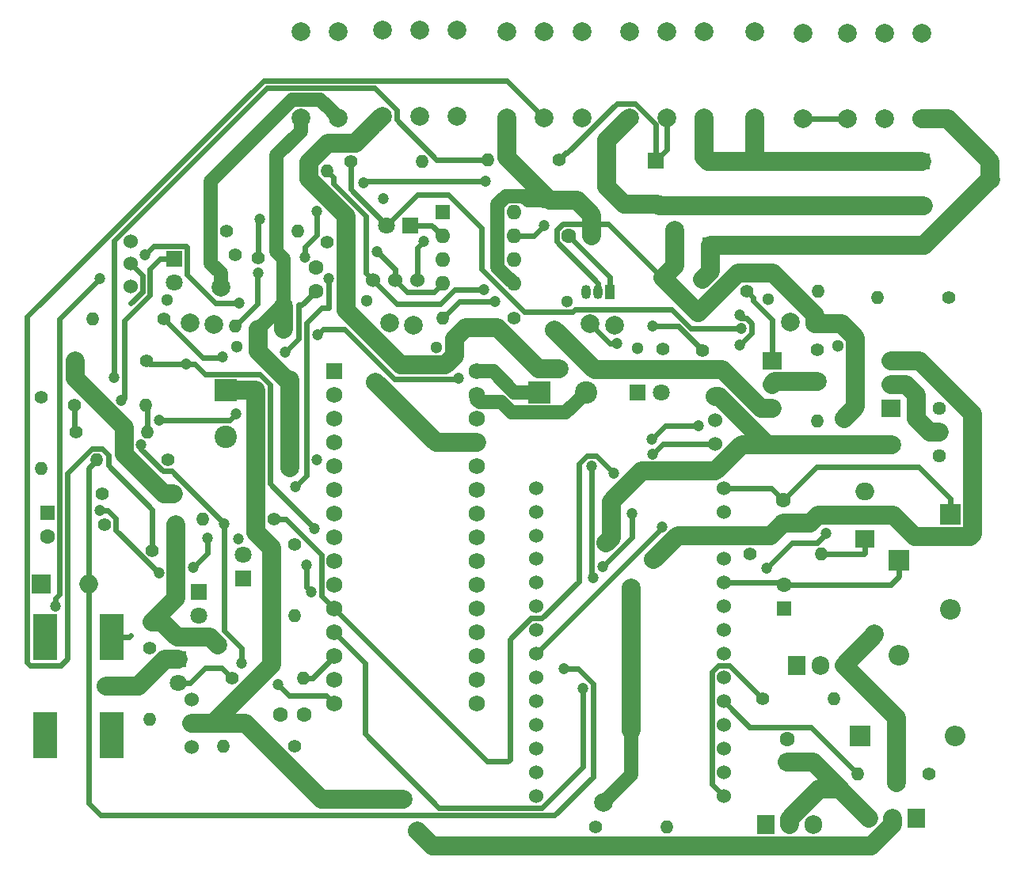
<source format=gbr>
G04 #@! TF.GenerationSoftware,KiCad,Pcbnew,5.1.6-c6e7f7d~86~ubuntu19.10.1*
G04 #@! TF.CreationDate,2020-06-16T13:29:06+02:00*
G04 #@! TF.ProjectId,laborBerlin,6c61626f-7242-4657-926c-696e2e6b6963,rev?*
G04 #@! TF.SameCoordinates,Original*
G04 #@! TF.FileFunction,Copper,L1,Top*
G04 #@! TF.FilePolarity,Positive*
%FSLAX46Y46*%
G04 Gerber Fmt 4.6, Leading zero omitted, Abs format (unit mm)*
G04 Created by KiCad (PCBNEW 5.1.6-c6e7f7d~86~ubuntu19.10.1) date 2020-06-16 13:29:06*
%MOMM*%
%LPD*%
G01*
G04 APERTURE LIST*
G04 #@! TA.AperFunction,ComponentPad*
%ADD10C,1.400000*%
G04 #@! TD*
G04 #@! TA.AperFunction,ComponentPad*
%ADD11O,1.400000X1.400000*%
G04 #@! TD*
G04 #@! TA.AperFunction,ComponentPad*
%ADD12C,1.600000*%
G04 #@! TD*
G04 #@! TA.AperFunction,ComponentPad*
%ADD13R,1.600000X1.600000*%
G04 #@! TD*
G04 #@! TA.AperFunction,ComponentPad*
%ADD14R,2.400000X2.400000*%
G04 #@! TD*
G04 #@! TA.AperFunction,ComponentPad*
%ADD15C,2.400000*%
G04 #@! TD*
G04 #@! TA.AperFunction,ComponentPad*
%ADD16R,1.800000X1.800000*%
G04 #@! TD*
G04 #@! TA.AperFunction,ComponentPad*
%ADD17C,1.800000*%
G04 #@! TD*
G04 #@! TA.AperFunction,ComponentPad*
%ADD18R,2.200000X2.200000*%
G04 #@! TD*
G04 #@! TA.AperFunction,ComponentPad*
%ADD19O,2.200000X2.200000*%
G04 #@! TD*
G04 #@! TA.AperFunction,ComponentPad*
%ADD20R,2.000000X2.000000*%
G04 #@! TD*
G04 #@! TA.AperFunction,ComponentPad*
%ADD21O,2.000000X2.000000*%
G04 #@! TD*
G04 #@! TA.AperFunction,ComponentPad*
%ADD22C,1.524000*%
G04 #@! TD*
G04 #@! TA.AperFunction,ComponentPad*
%ADD23C,2.000000*%
G04 #@! TD*
G04 #@! TA.AperFunction,ComponentPad*
%ADD24R,1.700000X1.700000*%
G04 #@! TD*
G04 #@! TA.AperFunction,ComponentPad*
%ADD25O,1.700000X1.700000*%
G04 #@! TD*
G04 #@! TA.AperFunction,ComponentPad*
%ADD26R,2.500000X5.000000*%
G04 #@! TD*
G04 #@! TA.AperFunction,ComponentPad*
%ADD27O,1.905000X2.000000*%
G04 #@! TD*
G04 #@! TA.AperFunction,ComponentPad*
%ADD28R,1.905000X2.000000*%
G04 #@! TD*
G04 #@! TA.AperFunction,ComponentPad*
%ADD29O,2.000000X1.905000*%
G04 #@! TD*
G04 #@! TA.AperFunction,ComponentPad*
%ADD30R,2.000000X1.905000*%
G04 #@! TD*
G04 #@! TA.AperFunction,ComponentPad*
%ADD31C,1.440000*%
G04 #@! TD*
G04 #@! TA.AperFunction,ComponentPad*
%ADD32O,1.050000X1.500000*%
G04 #@! TD*
G04 #@! TA.AperFunction,ComponentPad*
%ADD33R,1.050000X1.500000*%
G04 #@! TD*
G04 #@! TA.AperFunction,ComponentPad*
%ADD34O,1.600000X1.600000*%
G04 #@! TD*
G04 #@! TA.AperFunction,WasherPad*
%ADD35C,1.300000*%
G04 #@! TD*
G04 #@! TA.AperFunction,ComponentPad*
%ADD36C,1.727200*%
G04 #@! TD*
G04 #@! TA.AperFunction,ComponentPad*
%ADD37R,1.727200X1.727200*%
G04 #@! TD*
G04 #@! TA.AperFunction,ViaPad*
%ADD38C,2.000000*%
G04 #@! TD*
G04 #@! TA.AperFunction,ViaPad*
%ADD39C,1.200000*%
G04 #@! TD*
G04 #@! TA.AperFunction,Conductor*
%ADD40C,2.050000*%
G04 #@! TD*
G04 #@! TA.AperFunction,Conductor*
%ADD41C,0.600000*%
G04 #@! TD*
G04 #@! TA.AperFunction,Conductor*
%ADD42C,1.500000*%
G04 #@! TD*
G04 APERTURE END LIST*
D10*
X181950000Y-65350000D03*
D11*
X181950000Y-72970000D03*
X229400000Y-67630000D03*
D10*
X229400000Y-75250000D03*
D12*
X184300000Y-114200000D03*
X186800000Y-114200000D03*
D13*
X159400000Y-92650000D03*
D12*
X159400000Y-95150000D03*
D13*
X238450000Y-119350000D03*
D12*
X238450000Y-116850000D03*
X238150000Y-100350000D03*
D13*
X238150000Y-102850000D03*
X238050000Y-93750000D03*
D12*
X238050000Y-91250000D03*
X188100000Y-68900000D03*
X188100000Y-66400000D03*
D14*
X211950000Y-79750000D03*
D15*
X216950000Y-79750000D03*
D12*
X217600000Y-63000000D03*
X215100000Y-63000000D03*
D15*
X178400000Y-84500000D03*
D14*
X178400000Y-79500000D03*
D16*
X175600000Y-101100000D03*
D17*
X175600000Y-103640000D03*
X173350000Y-110890000D03*
D16*
X173350000Y-108350000D03*
D18*
X250450000Y-97750000D03*
D19*
X250450000Y-107910000D03*
D20*
X158720000Y-100300000D03*
D21*
X163800000Y-100300000D03*
D18*
X255950000Y-92850000D03*
D19*
X255950000Y-103010000D03*
X256410000Y-116550000D03*
D18*
X246250000Y-116550000D03*
D16*
X222500000Y-79750000D03*
D17*
X225040000Y-79750000D03*
D16*
X180300000Y-99700000D03*
D17*
X180300000Y-97160000D03*
X172900000Y-68040000D03*
D16*
X172900000Y-65500000D03*
D17*
X195660000Y-61900000D03*
D16*
X198200000Y-61900000D03*
D22*
X174768000Y-115200000D03*
X174794000Y-112660000D03*
X174794000Y-117740000D03*
D23*
X240200000Y-50500000D03*
X240200000Y-41300000D03*
X235000000Y-41200000D03*
X235000000Y-50400000D03*
D24*
X230250000Y-64000000D03*
D25*
X232790000Y-64000000D03*
X235330000Y-64000000D03*
X237870000Y-64000000D03*
X240410000Y-64000000D03*
X242950000Y-64000000D03*
X245490000Y-64000000D03*
X248030000Y-64000000D03*
X250570000Y-64000000D03*
X253110000Y-64000000D03*
D24*
X230200000Y-59800000D03*
D25*
X232740000Y-59800000D03*
X235280000Y-59800000D03*
X237820000Y-59800000D03*
X240360000Y-59800000D03*
X242900000Y-59800000D03*
X245440000Y-59800000D03*
X247980000Y-59800000D03*
X250520000Y-59800000D03*
X253060000Y-59800000D03*
X230040000Y-55050000D03*
X232580000Y-55050000D03*
X235120000Y-55050000D03*
X237660000Y-55050000D03*
X240200000Y-55050000D03*
X242740000Y-55050000D03*
X245280000Y-55050000D03*
X247820000Y-55050000D03*
X250360000Y-55050000D03*
D24*
X252900000Y-55050000D03*
X224600000Y-59600000D03*
X224400000Y-55000000D03*
X213100000Y-59200000D03*
D26*
X166250000Y-105950000D03*
X159150000Y-116450000D03*
X166250000Y-116450000D03*
X159150000Y-105950000D03*
D22*
X230800000Y-85240000D03*
X230800000Y-82700000D03*
X230800000Y-80160000D03*
D27*
X241230000Y-126000000D03*
X238690000Y-126000000D03*
D28*
X236150000Y-126000000D03*
X239450000Y-108950000D03*
D27*
X241990000Y-108950000D03*
X244530000Y-108950000D03*
D29*
X246750000Y-90370000D03*
X246750000Y-92910000D03*
D30*
X246750000Y-95450000D03*
D27*
X247170000Y-125350000D03*
X249710000Y-125350000D03*
D28*
X252250000Y-125350000D03*
D30*
X236850000Y-76350000D03*
D29*
X236850000Y-78890000D03*
X236850000Y-81430000D03*
D30*
X249550000Y-81450000D03*
D29*
X249550000Y-78910000D03*
X249550000Y-76370000D03*
D22*
X168300000Y-66000000D03*
X168274000Y-68400000D03*
X168274000Y-63600000D03*
X194150000Y-67750000D03*
X196550000Y-67750000D03*
X198950000Y-67750000D03*
D10*
X218000000Y-126250000D03*
D11*
X225620000Y-126250000D03*
D10*
X185800000Y-117600000D03*
D11*
X178180000Y-117600000D03*
D10*
X235850000Y-112550000D03*
D11*
X243470000Y-112550000D03*
D10*
X169950000Y-76350000D03*
D11*
X162330000Y-76350000D03*
D10*
X165200000Y-90600000D03*
D11*
X172820000Y-90600000D03*
X186720000Y-110300000D03*
D10*
X179100000Y-110300000D03*
X234450000Y-97050000D03*
D11*
X242070000Y-97050000D03*
X246030000Y-120550000D03*
D10*
X253650000Y-120550000D03*
D11*
X241770000Y-68950000D03*
D10*
X234150000Y-68950000D03*
X172300000Y-87000000D03*
D11*
X164680000Y-87000000D03*
D10*
X241650000Y-75200000D03*
D11*
X241650000Y-82820000D03*
X175980000Y-93300000D03*
D10*
X183600000Y-93300000D03*
D11*
X170300000Y-114720000D03*
D10*
X170300000Y-107100000D03*
D11*
X206480000Y-54850000D03*
D10*
X214100000Y-54850000D03*
X162300000Y-81100000D03*
D11*
X169920000Y-81100000D03*
X170070000Y-84000000D03*
D10*
X162450000Y-84000000D03*
D11*
X185800000Y-103620000D03*
D10*
X185800000Y-96000000D03*
X158700000Y-80250000D03*
D11*
X158700000Y-87870000D03*
D10*
X189250000Y-63650000D03*
D11*
X189250000Y-56030000D03*
D10*
X225150000Y-75150000D03*
D11*
X225150000Y-67530000D03*
X199420000Y-55050000D03*
D10*
X191800000Y-55050000D03*
D11*
X201680000Y-71800000D03*
D10*
X209300000Y-71800000D03*
D11*
X186120000Y-62500000D03*
D10*
X178500000Y-62500000D03*
D11*
X248130000Y-69650000D03*
D10*
X255750000Y-69650000D03*
D11*
X164180000Y-71900000D03*
D10*
X171800000Y-71900000D03*
X179450000Y-65050000D03*
D11*
X179450000Y-72670000D03*
D10*
X165500000Y-93900000D03*
D11*
X173120000Y-93900000D03*
X170600000Y-104320000D03*
D10*
X170600000Y-96700000D03*
D31*
X254750000Y-81500000D03*
X254750000Y-84040000D03*
X254750000Y-86580000D03*
D22*
X211650000Y-95080000D03*
X211650000Y-90000000D03*
X211650000Y-92540000D03*
X211650000Y-97590000D03*
X211650000Y-100130000D03*
X211650000Y-102670000D03*
X211650000Y-105210000D03*
X211650000Y-107740000D03*
X211650000Y-110280000D03*
X211650000Y-112820000D03*
X211650000Y-115360000D03*
X211650000Y-117890000D03*
X211650000Y-120390000D03*
X211650000Y-122930000D03*
X231700000Y-112820000D03*
X231700000Y-115360000D03*
X231700000Y-100130000D03*
X231700000Y-122930000D03*
X231700000Y-92540000D03*
X231700000Y-110280000D03*
X231700000Y-102670000D03*
X231700000Y-117890000D03*
X231700000Y-97590000D03*
X231700000Y-90000000D03*
X231700000Y-107740000D03*
X231700000Y-120390000D03*
X231700000Y-95080000D03*
X231700000Y-105210000D03*
D23*
X225600000Y-50400000D03*
X225600000Y-41200000D03*
X221600000Y-50400000D03*
X229600000Y-50400000D03*
X221600000Y-41200000D03*
X229600000Y-41200000D03*
X190500000Y-41200000D03*
X186500000Y-41200000D03*
X190500000Y-50400000D03*
X186500000Y-50400000D03*
X212500000Y-50400000D03*
X212500000Y-41200000D03*
X208500000Y-50400000D03*
X216500000Y-50400000D03*
X208500000Y-41200000D03*
X216500000Y-41200000D03*
D32*
X218230000Y-69000000D03*
X216960000Y-69000000D03*
D33*
X219500000Y-69000000D03*
D13*
X201600000Y-60500000D03*
D34*
X209220000Y-68120000D03*
X201600000Y-63040000D03*
X209220000Y-65580000D03*
X201600000Y-65580000D03*
X209220000Y-63040000D03*
X201600000Y-68120000D03*
X209220000Y-60500000D03*
D23*
X203200000Y-41000000D03*
X195200000Y-41000000D03*
X203200000Y-50200000D03*
X195200000Y-50200000D03*
X199200000Y-41000000D03*
X199200000Y-50200000D03*
D35*
X201000000Y-74950000D03*
X193500000Y-69950000D03*
D23*
X198550000Y-72550000D03*
X195950000Y-72350000D03*
X252900000Y-41300000D03*
X244900000Y-41300000D03*
X252900000Y-50500000D03*
X244900000Y-50500000D03*
X248900000Y-41300000D03*
X248900000Y-50500000D03*
X174600000Y-72300000D03*
X177200000Y-72500000D03*
D35*
X172150000Y-69900000D03*
X179650000Y-74900000D03*
X243900000Y-74800000D03*
X236400000Y-69800000D03*
D23*
X241450000Y-72400000D03*
X238850000Y-72200000D03*
X217400000Y-72400000D03*
X220000000Y-72600000D03*
D35*
X214950000Y-70000000D03*
X222450000Y-75000000D03*
D36*
X205320000Y-77530000D03*
X205320000Y-80070000D03*
X205320000Y-82610000D03*
X205320000Y-85150000D03*
X205320000Y-87690000D03*
X205320000Y-90230000D03*
X205320000Y-92770000D03*
X205320000Y-95310000D03*
X205320000Y-97850000D03*
X205320000Y-100390000D03*
X205320000Y-102930000D03*
X205320000Y-105470000D03*
X205320000Y-108010000D03*
X205320000Y-110550000D03*
X205320000Y-113090000D03*
X190080000Y-113090000D03*
X190080000Y-110550000D03*
X190080000Y-108010000D03*
X190080000Y-105470000D03*
X190080000Y-102930000D03*
X190080000Y-100390000D03*
X190080000Y-97850000D03*
X190080000Y-95310000D03*
X190080000Y-92770000D03*
X190080000Y-90230000D03*
X190080000Y-87690000D03*
X190080000Y-85150000D03*
X190080000Y-82610000D03*
X190080000Y-80070000D03*
D37*
X190080000Y-77530000D03*
D38*
X244550000Y-82550000D03*
X250150000Y-121500000D03*
X226450000Y-62400000D03*
X177900000Y-68550000D03*
X247800000Y-105600000D03*
X165650000Y-111150000D03*
X249650000Y-85350000D03*
X230800000Y-80160000D03*
X230800000Y-80160000D03*
X230800000Y-80160000D03*
X230800000Y-80160000D03*
X218850000Y-123650000D03*
X221800000Y-100650000D03*
X219107959Y-95885353D03*
X213600000Y-73050000D03*
X224200000Y-97650000D03*
X214055002Y-77250000D03*
D39*
X206015969Y-68784031D03*
X184750000Y-75500000D03*
X178100000Y-76000000D03*
X212500000Y-61950000D03*
D38*
X197400000Y-123300000D03*
X198950000Y-126700000D03*
X241650000Y-78600000D03*
D39*
X224050000Y-86350000D03*
X221840470Y-92709530D03*
X218761090Y-98388910D03*
X214600000Y-109300000D03*
X225109530Y-94159530D03*
X224050000Y-72700000D03*
X182100000Y-61200000D03*
X179800000Y-95400000D03*
X188150010Y-87000000D03*
X167300000Y-80650000D03*
X165000000Y-92350000D03*
X176500000Y-95350000D03*
X175000000Y-98450000D03*
X171295000Y-99100000D03*
X233600000Y-72900000D03*
X160259635Y-102633088D03*
X165000000Y-67600000D03*
D38*
X194450000Y-78650000D03*
X184662495Y-70587505D03*
X177624322Y-106825009D03*
X185300000Y-87850000D03*
D39*
X233386999Y-71516297D03*
X233428002Y-74700000D03*
X179850000Y-70200000D03*
X169800000Y-65050000D03*
X188250000Y-73600000D03*
X203300000Y-78245000D03*
X207265969Y-70034031D03*
X186900000Y-65299999D03*
X188210693Y-60420635D03*
X195300000Y-59000000D03*
X181884635Y-66971001D03*
X199650000Y-63600000D03*
X194650000Y-64700000D03*
X184050000Y-111050000D03*
X180100000Y-108750000D03*
X169400000Y-85350000D03*
X189475000Y-67600000D03*
X185900000Y-89850000D03*
X178256001Y-93799999D03*
X236250000Y-98600000D03*
X242650000Y-94850000D03*
X219950000Y-88421998D03*
X223971998Y-84800000D03*
X228950000Y-83300000D03*
X217700000Y-99550000D03*
X216600000Y-111450000D03*
X217550000Y-87650000D03*
X220285018Y-74507015D03*
X166500000Y-78200000D03*
X171350000Y-82750000D03*
X179550000Y-82100000D03*
X206200000Y-57200000D03*
X193200000Y-57350000D03*
X187950000Y-94300000D03*
X187100000Y-98250000D03*
X187616399Y-101150000D03*
X174250000Y-76700000D03*
D40*
X252900000Y-55050000D02*
X230040000Y-55050000D01*
X229600000Y-54610000D02*
X230040000Y-55050000D01*
X229600000Y-50400000D02*
X229600000Y-54610000D01*
X235000000Y-54930000D02*
X235120000Y-55050000D01*
X235000000Y-50400000D02*
X235000000Y-54930000D01*
X247800000Y-105680000D02*
X244530000Y-108950000D01*
X241450000Y-72400000D02*
X244275002Y-72400000D01*
X245775001Y-81324999D02*
X244550000Y-82550000D01*
X245775001Y-73899999D02*
X245775001Y-81324999D01*
X244275002Y-72400000D02*
X245775001Y-73899999D01*
X244530000Y-108950000D02*
X250150000Y-114570000D01*
X250150000Y-114570000D02*
X250150000Y-121500000D01*
X226450000Y-66230000D02*
X225150000Y-67530000D01*
X226450000Y-62400000D02*
X226450000Y-66230000D01*
X233225999Y-67024999D02*
X229000998Y-71250000D01*
X241450000Y-72400000D02*
X241450000Y-71506998D01*
X236968001Y-67024999D02*
X233225999Y-67024999D01*
X241450000Y-71506998D02*
X236968001Y-67024999D01*
X228870000Y-71250000D02*
X225150000Y-67530000D01*
X229000998Y-71250000D02*
X228870000Y-71250000D01*
X208500000Y-54600000D02*
X213100000Y-59200000D01*
X208500000Y-50400000D02*
X208500000Y-54600000D01*
X217600000Y-61868630D02*
X217600000Y-63000000D01*
X217600000Y-60800000D02*
X217600000Y-61868630D01*
X216000000Y-59200000D02*
X217600000Y-60800000D01*
X213100000Y-59200000D02*
X216000000Y-59200000D01*
D41*
X224450001Y-66830001D02*
X225150000Y-67530000D01*
X219319999Y-61699999D02*
X224450001Y-66830001D01*
X214475999Y-61699999D02*
X219319999Y-61699999D01*
X213799999Y-62375999D02*
X214475999Y-61699999D01*
X213799999Y-63624001D02*
X213799999Y-62375999D01*
X218230000Y-68054002D02*
X213799999Y-63624001D01*
X218230000Y-69000000D02*
X218230000Y-68054002D01*
D42*
X189500001Y-49400001D02*
X190500000Y-50400000D01*
X188549999Y-48449999D02*
X189500001Y-49400001D01*
X185563999Y-48449999D02*
X188549999Y-48449999D01*
X177900000Y-66989998D02*
X176849999Y-65939997D01*
X176849999Y-57163999D02*
X185563999Y-48449999D01*
X176849999Y-65939997D02*
X176849999Y-57163999D01*
X177900000Y-68550000D02*
X177900000Y-66989998D01*
X208420001Y-67320001D02*
X209220000Y-68120000D01*
X207469999Y-66369999D02*
X208420001Y-67320001D01*
X207469999Y-59659999D02*
X207469999Y-66369999D01*
X208379999Y-58749999D02*
X207469999Y-59659999D01*
X210299999Y-58749999D02*
X208379999Y-58749999D01*
X210750000Y-59200000D02*
X210299999Y-58749999D01*
X213100000Y-59200000D02*
X210750000Y-59200000D01*
X214799999Y-81900001D02*
X215750001Y-80949999D01*
X215750001Y-80949999D02*
X216950000Y-79750000D01*
X208995824Y-81900001D02*
X214799999Y-81900001D01*
X207892222Y-80796399D02*
X208995824Y-81900001D01*
X205596399Y-80796399D02*
X207892222Y-80796399D01*
X205320000Y-80520000D02*
X205596399Y-80796399D01*
X205320000Y-80070000D02*
X205320000Y-80520000D01*
D40*
X169099002Y-111150000D02*
X165650000Y-111150000D01*
X173350000Y-108350000D02*
X171899002Y-108350000D01*
X171899002Y-108350000D02*
X169099002Y-111150000D01*
X252900000Y-50500000D02*
X255624990Y-50500000D01*
X255624990Y-50500000D02*
X260150000Y-55025010D01*
X260150000Y-56960000D02*
X260200000Y-57010000D01*
X260150000Y-55025010D02*
X260150000Y-56960000D01*
X260100000Y-57010000D02*
X253110000Y-64000000D01*
X260200000Y-57010000D02*
X260100000Y-57010000D01*
X253110000Y-64000000D02*
X230250000Y-64000000D01*
X236390762Y-85350000D02*
X248235787Y-85350000D01*
X248235787Y-85350000D02*
X249650000Y-85350000D01*
X231200762Y-80160000D02*
X236390762Y-85350000D01*
X230800000Y-80160000D02*
X231200762Y-80160000D01*
X230250000Y-64000000D02*
X230250000Y-66780000D01*
X229400000Y-67630000D02*
X230250000Y-66780000D01*
D42*
X218850000Y-123650000D02*
X221800000Y-120700000D01*
X221800000Y-120700000D02*
X221800000Y-100650000D01*
X206541314Y-77530000D02*
X205320000Y-77530000D01*
X207030000Y-77530000D02*
X206541314Y-77530000D01*
X209250000Y-79750000D02*
X207030000Y-77530000D01*
X211950000Y-79750000D02*
X209250000Y-79750000D01*
D40*
X221800000Y-100650000D02*
X221800000Y-115970762D01*
X219650000Y-91423000D02*
X219650000Y-95343312D01*
X222897999Y-88175001D02*
X219650000Y-91423000D01*
X230805761Y-88175001D02*
X222897999Y-88175001D01*
X236390762Y-85350000D02*
X233630762Y-85350000D01*
X233630762Y-85350000D02*
X230805761Y-88175001D01*
X219650000Y-95343312D02*
X219107959Y-95885353D01*
X244167500Y-122300000D02*
X247170000Y-125302500D01*
X247170000Y-125302500D02*
X247170000Y-125350000D01*
X244167500Y-122217500D02*
X244167500Y-122300000D01*
X241300000Y-119350000D02*
X244167500Y-122217500D01*
X238450000Y-119350000D02*
X241300000Y-119350000D01*
X238690000Y-125413036D02*
X238690000Y-126000000D01*
X244167500Y-122217500D02*
X241885536Y-122217500D01*
X241885536Y-122217500D02*
X238690000Y-125413036D01*
D41*
X237930000Y-100130000D02*
X238150000Y-100350000D01*
X231700000Y-100130000D02*
X237930000Y-100130000D01*
X250450000Y-99450000D02*
X250450000Y-97750000D01*
X249550000Y-100350000D02*
X250450000Y-99450000D01*
X238150000Y-100350000D02*
X249550000Y-100350000D01*
D40*
X217874999Y-77324999D02*
X213600000Y-73050000D01*
X231547755Y-77324999D02*
X217874999Y-77324999D01*
X235652756Y-81430000D02*
X231547755Y-77324999D01*
X236850000Y-81430000D02*
X235652756Y-81430000D01*
D41*
X236800000Y-90000000D02*
X238050000Y-91250000D01*
X231700000Y-90000000D02*
X236800000Y-90000000D01*
X238050000Y-91250000D02*
X241600000Y-87700000D01*
X255950000Y-91150000D02*
X255950000Y-92850000D01*
X252500000Y-87700000D02*
X255950000Y-91150000D01*
X241600000Y-87700000D02*
X252500000Y-87700000D01*
D40*
X236720000Y-95080000D02*
X238050000Y-93750000D01*
X231700000Y-95080000D02*
X236720000Y-95080000D01*
X243700000Y-92910000D02*
X246750000Y-92910000D01*
X240900000Y-93750000D02*
X241740000Y-92910000D01*
X241740000Y-92910000D02*
X243700000Y-92910000D01*
X238050000Y-93750000D02*
X240900000Y-93750000D01*
X258275001Y-82045001D02*
X252600000Y-76370000D01*
X252600000Y-76370000D02*
X249550000Y-76370000D01*
X249800000Y-92910000D02*
X252065001Y-95175001D01*
X246750000Y-92910000D02*
X249800000Y-92910000D01*
X258275001Y-94930001D02*
X258275001Y-82045001D01*
X258030001Y-95175001D02*
X258275001Y-94930001D01*
X252065001Y-95175001D02*
X258030001Y-95175001D01*
X194200001Y-51199999D02*
X195200000Y-50200000D01*
X189330998Y-53100000D02*
X192300000Y-53100000D01*
X187324999Y-55105999D02*
X189330998Y-53100000D01*
X191300000Y-60929002D02*
X187324999Y-56954001D01*
X192300000Y-53100000D02*
X194200001Y-51199999D01*
X191300000Y-70993002D02*
X191300000Y-60929002D01*
X197131999Y-76825001D02*
X191300000Y-70993002D01*
X201900001Y-76825001D02*
X197131999Y-76825001D01*
X202875001Y-75850001D02*
X201900001Y-76825001D01*
X202875001Y-74049999D02*
X202875001Y-75850001D01*
X204085001Y-72839999D02*
X202875001Y-74049999D01*
X207490997Y-72839999D02*
X204085001Y-72839999D01*
X187324999Y-56954001D02*
X187324999Y-55105999D01*
X211900998Y-77250000D02*
X207490997Y-72839999D01*
X211900998Y-77250000D02*
X214055002Y-77250000D01*
X231700000Y-95080000D02*
X226770000Y-95080000D01*
X226770000Y-95080000D02*
X224200000Y-97650000D01*
D41*
X193388001Y-60860315D02*
X193388001Y-66988001D01*
X189949999Y-57422313D02*
X193388001Y-60860315D01*
X193388001Y-66988001D02*
X194150000Y-67750000D01*
X189949999Y-56729999D02*
X189949999Y-57422313D01*
X189250000Y-56030000D02*
X189949999Y-56729999D01*
X202919967Y-68784031D02*
X201403998Y-70300000D01*
X206015969Y-68784031D02*
X202919967Y-68784031D01*
X196700000Y-70300000D02*
X194150000Y-67750000D01*
X201403998Y-70300000D02*
X196700000Y-70300000D01*
X172499999Y-72599999D02*
X171800000Y-71900000D01*
X175950001Y-76050001D02*
X172499999Y-72599999D01*
X184750000Y-75500000D02*
X186250000Y-74000000D01*
X186250000Y-74000000D02*
X186250000Y-70400000D01*
X186600000Y-70400000D02*
X188100000Y-68900000D01*
X186250000Y-70400000D02*
X186600000Y-70400000D01*
X175950001Y-76050001D02*
X178049999Y-76050001D01*
X178049999Y-76050001D02*
X178100000Y-76000000D01*
X219500000Y-67400000D02*
X215100000Y-63000000D01*
X219500000Y-69000000D02*
X219500000Y-67400000D01*
X209220000Y-63040000D02*
X211410000Y-63040000D01*
X211410000Y-63040000D02*
X212500000Y-61950000D01*
D40*
X251167502Y-78910000D02*
X252250000Y-79992498D01*
X249550000Y-78910000D02*
X251167502Y-78910000D01*
X253731767Y-84040000D02*
X254750000Y-84040000D01*
X252250000Y-82558233D02*
X253731767Y-84040000D01*
X252250000Y-79992498D02*
X252250000Y-82558233D01*
X175845630Y-115200000D02*
X174768000Y-115200000D01*
X177049002Y-115200000D02*
X175845630Y-115200000D01*
X183350000Y-108899002D02*
X177049002Y-115200000D01*
X181674999Y-94724001D02*
X183350000Y-96399002D01*
X183350000Y-96399002D02*
X183350000Y-108899002D01*
X181674999Y-79524999D02*
X181674999Y-94724001D01*
X181650000Y-79500000D02*
X181674999Y-79524999D01*
X178400000Y-79500000D02*
X181650000Y-79500000D01*
X188650998Y-123300000D02*
X197400000Y-123300000D01*
X174768000Y-115200000D02*
X180550998Y-115200000D01*
X180550998Y-115200000D02*
X188650998Y-123300000D01*
X247451984Y-128250010D02*
X200500010Y-128250010D01*
X249710000Y-125350000D02*
X249710000Y-125991994D01*
X249710000Y-125991994D02*
X247451984Y-128250010D01*
X200500010Y-128250010D02*
X198950000Y-126700000D01*
X237140000Y-78600000D02*
X236850000Y-78890000D01*
X241650000Y-78600000D02*
X237140000Y-78600000D01*
D41*
X178040000Y-109240000D02*
X179100000Y-110300000D01*
X174622792Y-110890000D02*
X176272792Y-109240000D01*
X176272792Y-109240000D02*
X178040000Y-109240000D01*
X173350000Y-110890000D02*
X174622792Y-110890000D01*
X230800000Y-85240000D02*
X225160000Y-85240000D01*
X225160000Y-85240000D02*
X224050000Y-86350000D01*
X221840470Y-92709530D02*
X221840470Y-95309530D01*
X221840470Y-95309530D02*
X218761090Y-98388910D01*
X217700001Y-110921999D02*
X217700001Y-120899999D01*
X214600000Y-109300000D02*
X216078002Y-109300000D01*
X216078002Y-109300000D02*
X217700001Y-110921999D01*
X213607989Y-124992011D02*
X165092011Y-124992011D01*
X217700001Y-120899999D02*
X213607989Y-124992011D01*
X163800000Y-123700000D02*
X163800000Y-100300000D01*
X165092011Y-124992011D02*
X163800000Y-123700000D01*
X163800000Y-87880000D02*
X164680000Y-87000000D01*
X163800000Y-100300000D02*
X163800000Y-87880000D01*
X225040000Y-94350000D02*
X211650000Y-107740000D01*
X225040000Y-94350000D02*
X225040000Y-94229060D01*
X225040000Y-94229060D02*
X225109530Y-94159530D01*
X229400000Y-75250000D02*
X226850000Y-72700000D01*
X226850000Y-72700000D02*
X224050000Y-72700000D01*
X170600000Y-95710051D02*
X170600000Y-96700000D01*
X170600000Y-92296000D02*
X170600000Y-95710051D01*
X165256001Y-85799999D02*
X165880001Y-86423999D01*
X165880001Y-86423999D02*
X165880001Y-87576001D01*
X164103999Y-85799999D02*
X165256001Y-85799999D01*
X165880001Y-87576001D02*
X170600000Y-92296000D01*
X161500011Y-108249991D02*
X161500011Y-88403987D01*
X160800001Y-108950001D02*
X161500011Y-108249991D01*
X157499999Y-108950001D02*
X160800001Y-108950001D01*
X157219999Y-108670001D02*
X157499999Y-108950001D01*
X161500011Y-88403987D02*
X164103999Y-85799999D01*
X157219999Y-71654855D02*
X157219999Y-108670001D01*
X182474875Y-46399979D02*
X157219999Y-71654855D01*
X208499979Y-46399979D02*
X182474875Y-46399979D01*
X212500000Y-50400000D02*
X208499979Y-46399979D01*
X181950000Y-65350000D02*
X181950000Y-61350000D01*
X181950000Y-61350000D02*
X182100000Y-61200000D01*
X167600001Y-80349999D02*
X167300000Y-80650000D01*
X171400000Y-65500000D02*
X170336011Y-66563989D01*
X170336011Y-66563989D02*
X170336011Y-69337135D01*
X172900000Y-65500000D02*
X171400000Y-65500000D01*
X170336011Y-69337135D02*
X167600001Y-72073145D01*
X167600001Y-72073145D02*
X167600001Y-80349999D01*
X165000000Y-92350000D02*
X165848528Y-92350000D01*
X176500000Y-95350000D02*
X176500000Y-96950000D01*
X176500000Y-96950000D02*
X175000000Y-98450000D01*
X166700001Y-94505001D02*
X171295000Y-99100000D01*
X165848528Y-92350000D02*
X166700001Y-93201473D01*
X166700001Y-93201473D02*
X166700001Y-94505001D01*
X198910000Y-58650000D02*
X195660000Y-61900000D01*
X202250002Y-58650000D02*
X198910000Y-58650000D01*
X205800000Y-62199998D02*
X202250002Y-58650000D01*
X215802002Y-70850000D02*
X215502001Y-71150001D01*
X220470002Y-70850000D02*
X215802002Y-70850000D01*
X205800000Y-66550000D02*
X205800000Y-62199998D01*
X210400001Y-71150001D02*
X205800000Y-66550000D01*
X215502001Y-71150001D02*
X210400001Y-71150001D01*
X191800000Y-58040000D02*
X195660000Y-61900000D01*
X191800000Y-55050000D02*
X191800000Y-58040000D01*
X226131384Y-70850000D02*
X220470002Y-70850000D01*
X228181384Y-72900000D02*
X226131384Y-70850000D01*
X233600000Y-72900000D02*
X228181384Y-72900000D01*
X200460000Y-61900000D02*
X198200000Y-61900000D01*
X201600000Y-63040000D02*
X200460000Y-61900000D01*
X168100000Y-105950000D02*
X166250000Y-105950000D01*
X169536001Y-69005761D02*
X168300000Y-70241762D01*
X169536001Y-67236001D02*
X169536001Y-69005761D01*
X168300000Y-105750000D02*
X168100000Y-105950000D01*
X168300000Y-66000000D02*
X169536001Y-67236001D01*
X160700001Y-71899999D02*
X165000000Y-67600000D01*
X160700001Y-101344194D02*
X160700001Y-71899999D01*
X160259635Y-102633088D02*
X160259635Y-101784560D01*
X160259635Y-101784560D02*
X160700001Y-101344194D01*
X244900000Y-50500000D02*
X240200000Y-50500000D01*
D40*
X224800000Y-59800000D02*
X224600000Y-59600000D01*
X253060000Y-59800000D02*
X224800000Y-59800000D01*
X224600000Y-59600000D02*
X221050000Y-59600000D01*
X221050000Y-59600000D02*
X219200000Y-57750000D01*
X219200000Y-52800000D02*
X221600000Y-50400000D01*
X219200000Y-57750000D02*
X219200000Y-52800000D01*
D42*
X183900001Y-64730001D02*
X184600000Y-65430000D01*
X183900001Y-54414212D02*
X183900001Y-64730001D01*
X186500000Y-50400000D02*
X186500000Y-51814213D01*
X186500000Y-51814213D02*
X183900001Y-54414212D01*
X184600000Y-70320000D02*
X181950000Y-72970000D01*
X184600000Y-65430000D02*
X184600000Y-70320000D01*
D40*
X205320000Y-85150000D02*
X200950000Y-85150000D01*
X200950000Y-85150000D02*
X194450000Y-78650000D01*
X173120000Y-101800000D02*
X173120000Y-93900000D01*
X170600000Y-104320000D02*
X173120000Y-101800000D01*
X177624322Y-106825009D02*
X177624322Y-106825009D01*
X173244948Y-105974999D02*
X176774312Y-105974999D01*
X170600000Y-104320000D02*
X171589949Y-104320000D01*
X171589949Y-104320000D02*
X173244948Y-105974999D01*
X176774312Y-105974999D02*
X177624322Y-106825009D01*
X177624322Y-106825009D02*
X177624323Y-106825009D01*
X185300000Y-87850000D02*
X185300000Y-78400000D01*
X184948998Y-78400000D02*
X185300000Y-78400000D01*
X181950000Y-75401002D02*
X184948998Y-78400000D01*
X181950000Y-72970000D02*
X181950000Y-75401002D01*
X184650000Y-70600000D02*
X184662495Y-70587505D01*
X184650000Y-73000000D02*
X184650000Y-70600000D01*
X171830051Y-90600000D02*
X172820000Y-90600000D01*
X167574999Y-86344948D02*
X171830051Y-90600000D01*
X162330000Y-78280998D02*
X167574999Y-83525997D01*
X167574999Y-83525997D02*
X167574999Y-86344948D01*
X162330000Y-76350000D02*
X162330000Y-78280998D01*
D41*
X225600000Y-53800000D02*
X224400000Y-55000000D01*
X225600000Y-50400000D02*
X225600000Y-53800000D01*
X214799999Y-54150001D02*
X214100000Y-54850000D01*
X214970001Y-54150001D02*
X214799999Y-54150001D01*
X220245010Y-48874992D02*
X214970001Y-54150001D01*
X222231680Y-48874992D02*
X220245010Y-48874992D01*
X224400000Y-51043312D02*
X222231680Y-48874992D01*
X224400000Y-55000000D02*
X224400000Y-51043312D01*
X233386999Y-71736999D02*
X233449999Y-71799999D01*
X234700001Y-73428001D02*
X233428002Y-74700000D01*
X234700001Y-72371999D02*
X234700001Y-73428001D01*
X233386999Y-71516297D02*
X233386999Y-71736999D01*
X233449999Y-71799999D02*
X234128001Y-71799999D01*
X234128001Y-71799999D02*
X234700001Y-72371999D01*
X246750000Y-97002500D02*
X246750000Y-95450000D01*
X246702500Y-97050000D02*
X246750000Y-97002500D01*
X242070000Y-97050000D02*
X246702500Y-97050000D01*
X234849999Y-69952001D02*
X234849999Y-69649999D01*
X236850000Y-71952002D02*
X234849999Y-69952001D01*
X234849999Y-69649999D02*
X234150000Y-68950000D01*
X236850000Y-76350000D02*
X236850000Y-71952002D01*
X170750001Y-64099999D02*
X169800000Y-65050000D01*
X177329998Y-70200000D02*
X174300001Y-67170003D01*
X179850000Y-70200000D02*
X177329998Y-70200000D01*
X174300001Y-67170003D02*
X174300001Y-64199999D01*
X174300001Y-64199999D02*
X174200001Y-64099999D01*
X174200001Y-64099999D02*
X170750001Y-64099999D01*
X188849999Y-73000001D02*
X191150310Y-73000001D01*
X196500320Y-78350011D02*
X203194989Y-78350011D01*
X203194989Y-78350011D02*
X203300000Y-78245000D01*
X188250000Y-73600000D02*
X188849999Y-73000001D01*
X191150310Y-73000001D02*
X196500320Y-78350011D01*
X201680000Y-71800000D02*
X203445969Y-70034031D01*
X203445969Y-70034031D02*
X207265969Y-70034031D01*
X188210693Y-62913305D02*
X188210693Y-60420635D01*
X186900000Y-65299999D02*
X186900000Y-64223998D01*
X186900000Y-64223998D02*
X188210693Y-62913305D01*
X181800000Y-70320000D02*
X179450000Y-72670000D01*
X181800000Y-67000000D02*
X181800000Y-70320000D01*
X198950000Y-67750000D02*
X198950000Y-64300000D01*
X198950000Y-64300000D02*
X199650000Y-63600000D01*
X197812001Y-69012001D02*
X197311999Y-68511999D01*
X197311999Y-68511999D02*
X196550000Y-67750000D01*
X200707999Y-69012001D02*
X197812001Y-69012001D01*
X201600000Y-68120000D02*
X200707999Y-69012001D01*
X196550000Y-67750000D02*
X196550000Y-66600000D01*
X196550000Y-66600000D02*
X194650000Y-64700000D01*
X235150001Y-111850001D02*
X235850000Y-112550000D01*
X232317999Y-109017999D02*
X235150001Y-111850001D01*
X231094239Y-109017999D02*
X232317999Y-109017999D01*
X230437999Y-109674239D02*
X231094239Y-109017999D01*
X230437999Y-121667999D02*
X230437999Y-109674239D01*
X231700000Y-122930000D02*
X230437999Y-121667999D01*
X185226401Y-112226401D02*
X184050000Y-111050000D01*
X190080000Y-113090000D02*
X189216401Y-112226401D01*
X189216401Y-112226401D02*
X185226401Y-112226401D01*
X171723999Y-88200001D02*
X169400000Y-85876002D01*
X180100000Y-107143998D02*
X178256001Y-105299999D01*
X169400000Y-85876002D02*
X169400000Y-85350000D01*
X180100000Y-108750000D02*
X180100000Y-107143998D01*
X178256001Y-105299999D02*
X178256001Y-93799999D01*
X178256001Y-93799999D02*
X172656003Y-88200001D01*
X172656003Y-88200001D02*
X171723999Y-88200001D01*
X189475000Y-67600000D02*
X189475000Y-70746998D01*
X186150000Y-89600000D02*
X185900000Y-89850000D01*
X186499999Y-89250001D02*
X185900000Y-89850000D01*
X187050010Y-88699990D02*
X186499999Y-89250001D01*
X188653002Y-70746998D02*
X187050010Y-72349990D01*
X187050010Y-72349990D02*
X187050010Y-88699990D01*
X189475000Y-70746998D02*
X188653002Y-70746998D01*
X187790000Y-110300000D02*
X190080000Y-108010000D01*
X186720000Y-110300000D02*
X187790000Y-110300000D01*
X232461999Y-113581999D02*
X231700000Y-112820000D01*
X234429999Y-115549999D02*
X232461999Y-113581999D01*
X241029999Y-115549999D02*
X234429999Y-115549999D01*
X246030000Y-120550000D02*
X241029999Y-115549999D01*
X241650001Y-95849999D02*
X242650000Y-94850000D01*
X236250000Y-98600000D02*
X239000001Y-95849999D01*
X239000001Y-95849999D02*
X241650001Y-95849999D01*
X212255761Y-103932001D02*
X211060237Y-103932001D01*
X211060237Y-103932001D02*
X208800000Y-106192238D01*
X216200001Y-99987761D02*
X212255761Y-103932001D01*
X208800000Y-106192238D02*
X208800000Y-119050000D01*
X208800000Y-119050000D02*
X208600000Y-119250000D01*
X206400000Y-119250000D02*
X190080000Y-102930000D01*
X208600000Y-119250000D02*
X206400000Y-119250000D01*
X218078001Y-86549999D02*
X219950000Y-88421998D01*
X217021999Y-86549999D02*
X218078001Y-86549999D01*
X216200001Y-99987761D02*
X216200001Y-87371997D01*
X216200001Y-87371997D02*
X217021999Y-86549999D01*
X189216401Y-102066401D02*
X190080000Y-102930000D01*
X188716399Y-101566399D02*
X189216401Y-102066401D01*
X184876002Y-93300000D02*
X188716399Y-97140397D01*
X188716399Y-97140397D02*
X188716399Y-101566399D01*
X183600000Y-93300000D02*
X184876002Y-93300000D01*
X225471998Y-83300000D02*
X223971998Y-84800000D01*
X228950000Y-83300000D02*
X225471998Y-83300000D01*
X217597183Y-99447183D02*
X217700000Y-99550000D01*
X216600000Y-111450000D02*
X216600000Y-119847762D01*
X212255761Y-124192001D02*
X201242001Y-124192001D01*
X216600000Y-119847762D02*
X212255761Y-124192001D01*
X190943599Y-106333599D02*
X190080000Y-105470000D01*
X193350000Y-108740000D02*
X190943599Y-106333599D01*
X193350000Y-116300000D02*
X193350000Y-108740000D01*
X201242001Y-124192001D02*
X193350000Y-116300000D01*
X217550000Y-87650000D02*
X217597183Y-99447183D01*
X219507015Y-74507015D02*
X217400000Y-72400000D01*
X220285018Y-74507015D02*
X219507015Y-74507015D01*
X182806249Y-47199989D02*
X166500000Y-63506238D01*
X200996002Y-54850000D02*
X196725008Y-50579006D01*
X196725008Y-49568320D02*
X194356677Y-47199989D01*
X206480000Y-54850000D02*
X200996002Y-54850000D01*
X196725008Y-50579006D02*
X196725008Y-49568320D01*
X166500000Y-63506238D02*
X166500000Y-78200000D01*
X194356677Y-47199989D02*
X182806249Y-47199989D01*
X170070000Y-81250000D02*
X169920000Y-81100000D01*
X170070000Y-84000000D02*
X170070000Y-81250000D01*
X162300000Y-83850000D02*
X162450000Y-84000000D01*
X162300000Y-81100000D02*
X162300000Y-83850000D01*
X171350000Y-82750000D02*
X178900000Y-82750000D01*
X178900000Y-82750000D02*
X179550000Y-82100000D01*
X206200000Y-57200000D02*
X193350000Y-57200000D01*
X193350000Y-57200000D02*
X193200000Y-57350000D01*
X187100000Y-98250000D02*
X187100000Y-100633601D01*
X187100000Y-100633601D02*
X187616399Y-101150000D01*
X170300000Y-76700000D02*
X169950000Y-76350000D01*
X174250000Y-76700000D02*
X170300000Y-76700000D01*
X174250000Y-76700000D02*
X175098528Y-76700000D01*
X175098528Y-76700000D02*
X176198527Y-77799999D01*
X176198527Y-77799999D02*
X182106688Y-77799999D01*
X183200009Y-89550009D02*
X187950000Y-94300000D01*
X182106688Y-77799999D02*
X183200009Y-78893320D01*
X183200009Y-78893320D02*
X183200009Y-89550009D01*
M02*

</source>
